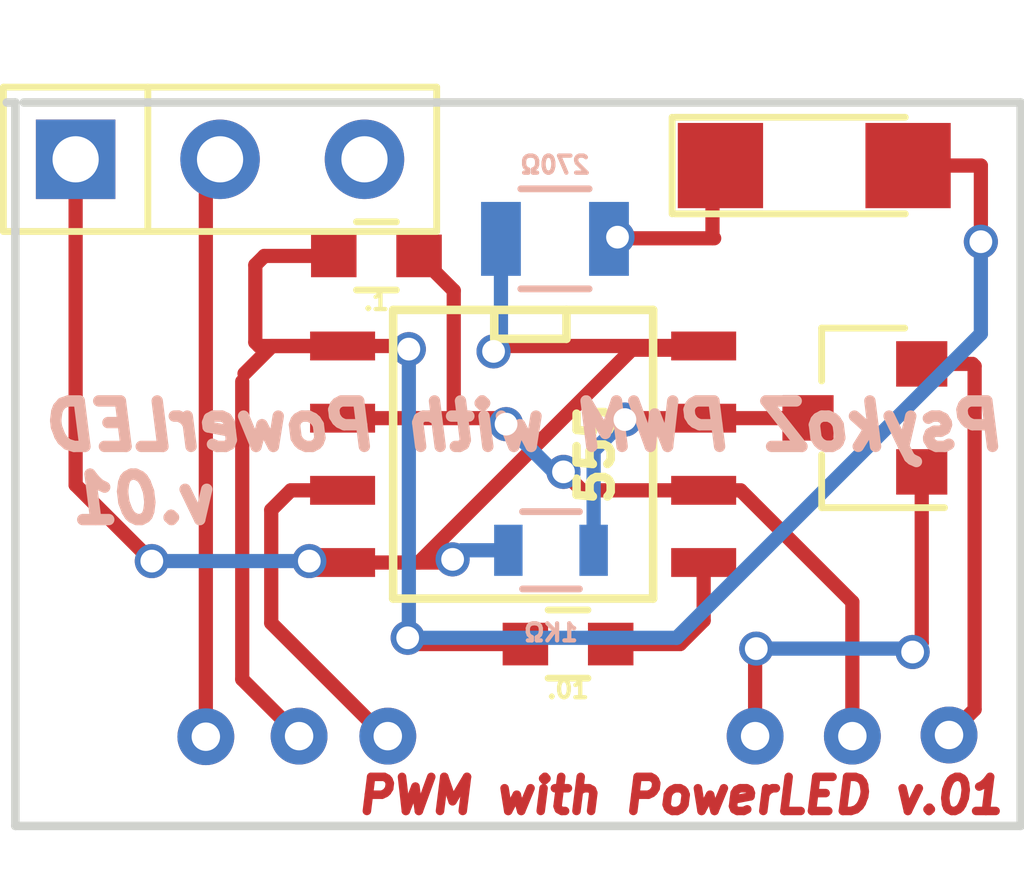
<source format=kicad_pcb>
(kicad_pcb (version 4) (host pcbnew 4.0.6)

  (general
    (links 0)
    (no_connects 0)
    (area 58.294999 41.564999 76.125001 54.445001)
    (thickness 1.6)
    (drawings 7)
    (tracks 99)
    (zones 0)
    (modules 14)
    (nets 1)
  )

  (page A4)
  (layers
    (0 F.Cu signal)
    (31 B.Cu signal)
    (32 B.Adhes user)
    (33 F.Adhes user)
    (34 B.Paste user)
    (35 F.Paste user)
    (36 B.SilkS user)
    (37 F.SilkS user)
    (38 B.Mask user)
    (39 F.Mask user)
    (40 Dwgs.User user)
    (41 Cmts.User user)
    (42 Eco1.User user)
    (43 Eco2.User user)
    (44 Edge.Cuts user)
    (45 Margin user)
    (46 B.CrtYd user)
    (47 F.CrtYd user)
    (48 B.Fab user)
    (49 F.Fab user)
  )

  (setup
    (last_trace_width 0.25)
    (trace_clearance 0.2)
    (zone_clearance 0.508)
    (zone_45_only no)
    (trace_min 0.2)
    (segment_width 0.2)
    (edge_width 0.15)
    (via_size 0.6)
    (via_drill 0.4)
    (via_min_size 0.4)
    (via_min_drill 0.3)
    (uvia_size 0.3)
    (uvia_drill 0.1)
    (uvias_allowed no)
    (uvia_min_size 0.2)
    (uvia_min_drill 0.1)
    (pcb_text_width 0.3)
    (pcb_text_size 1.5 1.5)
    (mod_edge_width 0.15)
    (mod_text_size 1 1)
    (mod_text_width 0.15)
    (pad_size 1 1)
    (pad_drill 0.5)
    (pad_to_mask_clearance 0.2)
    (aux_axis_origin 0 0)
    (visible_elements FFFFFF7F)
    (pcbplotparams
      (layerselection 0x00030_80000001)
      (usegerberextensions false)
      (excludeedgelayer true)
      (linewidth 0.100000)
      (plotframeref false)
      (viasonmask false)
      (mode 1)
      (useauxorigin false)
      (hpglpennumber 1)
      (hpglpenspeed 20)
      (hpglpendiameter 15)
      (hpglpenoverlay 2)
      (psnegative false)
      (psa4output false)
      (plotreference true)
      (plotvalue true)
      (plotinvisibletext false)
      (padsonsilk false)
      (subtractmaskfromsilk false)
      (outputformat 1)
      (mirror false)
      (drillshape 1)
      (scaleselection 1)
      (outputdirectory ""))
  )

  (net 0 "")

  (net_class Default "Ceci est la Netclass par défaut"
    (clearance 0.2)
    (trace_width 0.25)
    (via_dia 0.6)
    (via_drill 0.4)
    (uvia_dia 0.3)
    (uvia_drill 0.1)
  )

  (module Wire_Pads:SolderWirePad_single_0-8mmDrill (layer F.Cu) (tedit 5909DDF7) (tstamp 5909DFA6)
    (at 74.79 52.77)
    (fp_text reference "" (at 0 -2.54) (layer F.SilkS)
      (effects (font (size 1 1) (thickness 0.15)))
    )
    (fp_text value "" (at 0 2.54) (layer F.Fab)
      (effects (font (size 1 1) (thickness 0.15)))
    )
    (pad 1 thru_hole circle (at 0 0) (size 1 1) (drill 0.5) (layers *.Cu *.Mask))
  )

  (module Wire_Pads:SolderWirePad_single_0-8mmDrill (layer F.Cu) (tedit 5909DDF7) (tstamp 5909DF70)
    (at 73.09 52.79)
    (fp_text reference "" (at 0 -2.54) (layer F.SilkS)
      (effects (font (size 1 1) (thickness 0.15)))
    )
    (fp_text value "" (at 0 2.54) (layer F.Fab)
      (effects (font (size 1 1) (thickness 0.15)))
    )
    (pad 1 thru_hole circle (at 0 0) (size 1 1) (drill 0.5) (layers *.Cu *.Mask))
  )

  (module Wire_Pads:SolderWirePad_single_0-8mmDrill (layer F.Cu) (tedit 5909DDF7) (tstamp 5909DF61)
    (at 71.38 52.79)
    (fp_text reference "" (at 0 -2.54) (layer F.SilkS)
      (effects (font (size 1 1) (thickness 0.15)))
    )
    (fp_text value "" (at 0 2.54) (layer F.Fab)
      (effects (font (size 1 1) (thickness 0.15)))
    )
    (pad 1 thru_hole circle (at 0 0) (size 1 1) (drill 0.5) (layers *.Cu *.Mask))
  )

  (module Wire_Pads:SolderWirePad_single_0-8mmDrill (layer F.Cu) (tedit 5909DDF7) (tstamp 5909DE31)
    (at 64.92 52.79)
    (fp_text reference "" (at 0 -2.54) (layer F.SilkS)
      (effects (font (size 1 1) (thickness 0.15)))
    )
    (fp_text value "" (at 0 2.54) (layer F.Fab)
      (effects (font (size 1 1) (thickness 0.15)))
    )
    (pad 1 thru_hole circle (at 0 0) (size 1 1) (drill 0.5) (layers *.Cu *.Mask))
  )

  (module Wire_Pads:SolderWirePad_single_0-8mmDrill (layer F.Cu) (tedit 5909DDF7) (tstamp 5909DE10)
    (at 63.36 52.79)
    (fp_text reference "" (at 0 -2.54) (layer F.SilkS)
      (effects (font (size 1 1) (thickness 0.15)))
    )
    (fp_text value "" (at 0 2.54) (layer F.Fab)
      (effects (font (size 1 1) (thickness 0.15)))
    )
    (pad 1 thru_hole circle (at 0 0) (size 1 1) (drill 0.5) (layers *.Cu *.Mask))
  )

  (module SMD_Packages:SOIC-8-N (layer F.Cu) (tedit 5909E906) (tstamp 5909DADE)
    (at 67.3 47.83 270)
    (descr "Module Narrow CMS SOJ 8 pins large")
    (tags "CMS SOJ")
    (attr smd)
    (fp_text reference 555 (at 0 -1.27 270) (layer F.SilkS)
      (effects (font (size 0.6 0.6) (thickness 0.15)))
    )
    (fp_text value "" (at 0 1.27 270) (layer F.Fab)
      (effects (font (size 1 1) (thickness 0.15)))
    )
    (fp_line (start -2.54 -2.286) (end 2.54 -2.286) (layer F.SilkS) (width 0.15))
    (fp_line (start 2.54 -2.286) (end 2.54 2.286) (layer F.SilkS) (width 0.15))
    (fp_line (start 2.54 2.286) (end -2.54 2.286) (layer F.SilkS) (width 0.15))
    (fp_line (start -2.54 2.286) (end -2.54 -2.286) (layer F.SilkS) (width 0.15))
    (fp_line (start -2.54 -0.762) (end -2.032 -0.762) (layer F.SilkS) (width 0.15))
    (fp_line (start -2.032 -0.762) (end -2.032 0.508) (layer F.SilkS) (width 0.15))
    (fp_line (start -2.032 0.508) (end -2.54 0.508) (layer F.SilkS) (width 0.15))
    (pad 8 smd rect (at -1.905 -3.175 270) (size 0.508 1.143) (layers F.Cu F.Paste F.Mask))
    (pad 7 smd rect (at -0.635 -3.175 270) (size 0.508 1.143) (layers F.Cu F.Paste F.Mask))
    (pad 6 smd rect (at 0.635 -3.175 270) (size 0.508 1.143) (layers F.Cu F.Paste F.Mask))
    (pad 5 smd rect (at 1.905 -3.175 270) (size 0.508 1.143) (layers F.Cu F.Paste F.Mask))
    (pad 4 smd rect (at 1.905 3.175 270) (size 0.508 1.143) (layers F.Cu F.Paste F.Mask))
    (pad 3 smd rect (at 0.635 3.175 270) (size 0.508 1.143) (layers F.Cu F.Paste F.Mask))
    (pad 2 smd rect (at -0.635 3.175 270) (size 0.508 1.143) (layers F.Cu F.Paste F.Mask))
    (pad 1 smd rect (at -1.905 3.175 270) (size 0.508 1.143) (layers F.Cu F.Paste F.Mask))
    (model SMD_Packages.3dshapes/SOIC-8-N.wrl
      (at (xyz 0 0 0))
      (scale (xyz 0.5 0.38 0.5))
      (rotate (xyz 0 0 0))
    )
  )

  (module Resistors_SMD:R_0603 (layer B.Cu) (tedit 5909EAA0) (tstamp 5909DB81)
    (at 67.79 49.52)
    (descr "Resistor SMD 0603, reflow soldering, Vishay (see dcrcw.pdf)")
    (tags "resistor 0603")
    (attr smd)
    (fp_text reference 1KΩ (at 0 1.45) (layer B.SilkS)
      (effects (font (size 0.3 0.3) (thickness 0.075)) (justify mirror))
    )
    (fp_text value "" (at 0 -1.5) (layer B.Fab)
      (effects (font (size 0.3 0.3) (thickness 0.075)) (justify mirror))
    )
    (fp_text user %R (at 0 0) (layer B.Fab)
      (effects (font (size 0.5 0.5) (thickness 0.075)) (justify mirror))
    )
    (fp_line (start -0.8 -0.4) (end -0.8 0.4) (layer B.Fab) (width 0.1))
    (fp_line (start 0.8 -0.4) (end -0.8 -0.4) (layer B.Fab) (width 0.1))
    (fp_line (start 0.8 0.4) (end 0.8 -0.4) (layer B.Fab) (width 0.1))
    (fp_line (start -0.8 0.4) (end 0.8 0.4) (layer B.Fab) (width 0.1))
    (fp_line (start 0.5 -0.68) (end -0.5 -0.68) (layer B.SilkS) (width 0.12))
    (fp_line (start -0.5 0.68) (end 0.5 0.68) (layer B.SilkS) (width 0.12))
    (fp_line (start -1.25 0.7) (end 1.25 0.7) (layer B.CrtYd) (width 0.05))
    (fp_line (start -1.25 0.7) (end -1.25 -0.7) (layer B.CrtYd) (width 0.05))
    (fp_line (start 1.25 -0.7) (end 1.25 0.7) (layer B.CrtYd) (width 0.05))
    (fp_line (start 1.25 -0.7) (end -1.25 -0.7) (layer B.CrtYd) (width 0.05))
    (pad 1 smd rect (at -0.75 0) (size 0.5 0.9) (layers B.Cu B.Paste B.Mask))
    (pad 2 smd rect (at 0.75 0) (size 0.5 0.9) (layers B.Cu B.Paste B.Mask))
    (model ${KISYS3DMOD}/Resistors_SMD.3dshapes/R_0603.wrl
      (at (xyz 0 0 0))
      (scale (xyz 1 1 1))
      (rotate (xyz 0 0 0))
    )
  )

  (module Capacitors_SMD:C_0603 (layer F.Cu) (tedit 5909EA56) (tstamp 5909DC09)
    (at 68.09 51.17)
    (descr "Capacitor SMD 0603, reflow soldering, AVX (see smccp.pdf)")
    (tags "capacitor 0603")
    (attr smd)
    (fp_text reference "" (at 0 -1.5) (layer F.SilkS)
      (effects (font (size 1 1) (thickness 0.15)))
    )
    (fp_text value .01 (at 0 0.8) (layer F.SilkS)
      (effects (font (size 0.3 0.3) (thickness 0.075)))
    )
    (fp_text user %R (at 0 -1.5) (layer F.Fab)
      (effects (font (size 1 1) (thickness 0.15)))
    )
    (fp_line (start -0.8 0.4) (end -0.8 -0.4) (layer F.Fab) (width 0.1))
    (fp_line (start 0.8 0.4) (end -0.8 0.4) (layer F.Fab) (width 0.1))
    (fp_line (start 0.8 -0.4) (end 0.8 0.4) (layer F.Fab) (width 0.1))
    (fp_line (start -0.8 -0.4) (end 0.8 -0.4) (layer F.Fab) (width 0.1))
    (fp_line (start -0.35 -0.6) (end 0.35 -0.6) (layer F.SilkS) (width 0.12))
    (fp_line (start 0.35 0.6) (end -0.35 0.6) (layer F.SilkS) (width 0.12))
    (fp_line (start -1.4 -0.65) (end 1.4 -0.65) (layer F.CrtYd) (width 0.05))
    (fp_line (start -1.4 -0.65) (end -1.4 0.65) (layer F.CrtYd) (width 0.05))
    (fp_line (start 1.4 0.65) (end 1.4 -0.65) (layer F.CrtYd) (width 0.05))
    (fp_line (start 1.4 0.65) (end -1.4 0.65) (layer F.CrtYd) (width 0.05))
    (pad 1 smd rect (at -0.75 0) (size 0.8 0.75) (layers F.Cu F.Paste F.Mask))
    (pad 2 smd rect (at 0.75 0) (size 0.8 0.75) (layers F.Cu F.Paste F.Mask))
    (model Capacitors_SMD.3dshapes/C_0603.wrl
      (at (xyz 0 0 0))
      (scale (xyz 1 1 1))
      (rotate (xyz 0 0 0))
    )
  )

  (module Capacitors_SMD:C_0603 (layer F.Cu) (tedit 5909E9E0) (tstamp 5909DC4B)
    (at 64.72 44.34)
    (descr "Capacitor SMD 0603, reflow soldering, AVX (see smccp.pdf)")
    (tags "capacitor 0603")
    (attr smd)
    (fp_text reference "" (at 0 -1.5) (layer F.SilkS)
      (effects (font (size 1 1) (thickness 0.15)))
    )
    (fp_text value .1 (at 0 0.8) (layer F.SilkS)
      (effects (font (size 0.3 0.3) (thickness 0.075)))
    )
    (fp_text user %R (at 0 -1.5) (layer F.Fab)
      (effects (font (size 1 1) (thickness 0.15)))
    )
    (fp_line (start -0.8 0.4) (end -0.8 -0.4) (layer F.Fab) (width 0.1))
    (fp_line (start 0.8 0.4) (end -0.8 0.4) (layer F.Fab) (width 0.1))
    (fp_line (start 0.8 -0.4) (end 0.8 0.4) (layer F.Fab) (width 0.1))
    (fp_line (start -0.8 -0.4) (end 0.8 -0.4) (layer F.Fab) (width 0.1))
    (fp_line (start -0.35 -0.6) (end 0.35 -0.6) (layer F.SilkS) (width 0.12))
    (fp_line (start 0.35 0.6) (end -0.35 0.6) (layer F.SilkS) (width 0.12))
    (fp_line (start -1.4 -0.65) (end 1.4 -0.65) (layer F.CrtYd) (width 0.05))
    (fp_line (start -1.4 -0.65) (end -1.4 0.65) (layer F.CrtYd) (width 0.05))
    (fp_line (start 1.4 0.65) (end 1.4 -0.65) (layer F.CrtYd) (width 0.05))
    (fp_line (start 1.4 0.65) (end -1.4 0.65) (layer F.CrtYd) (width 0.05))
    (pad 1 smd rect (at -0.75 0) (size 0.8 0.75) (layers F.Cu F.Paste F.Mask))
    (pad 2 smd rect (at 0.75 0) (size 0.8 0.75) (layers F.Cu F.Paste F.Mask))
    (model Capacitors_SMD.3dshapes/C_0603.wrl
      (at (xyz 0 0 0))
      (scale (xyz 1 1 1))
      (rotate (xyz 0 0 0))
    )
  )

  (module Buttons_Switches_THT:SW_Micro_SPST (layer F.Cu) (tedit 5909DD09) (tstamp 5909DCEF)
    (at 61.97 42.64)
    (tags "Switch Micro SPST")
    (fp_text reference "" (at 0 -2.54) (layer F.SilkS)
      (effects (font (size 1 1) (thickness 0.15)))
    )
    (fp_text value "" (at 0.025 2.45) (layer F.Fab)
      (effects (font (size 1 1) (thickness 0.15)))
    )
    (fp_line (start -3.81 1.27) (end -3.81 -1.27) (layer F.SilkS) (width 0.12))
    (fp_line (start -3.81 -1.27) (end 3.81 -1.27) (layer F.SilkS) (width 0.12))
    (fp_line (start 3.81 -1.27) (end 3.81 1.27) (layer F.SilkS) (width 0.12))
    (fp_line (start 3.81 1.27) (end -3.81 1.27) (layer F.SilkS) (width 0.12))
    (fp_line (start -1.27 -1.27) (end -1.27 1.27) (layer F.SilkS) (width 0.12))
    (pad 1 thru_hole rect (at -2.54 0) (size 1.397 1.397) (drill 0.8128) (layers *.Cu *.Mask))
    (pad 2 thru_hole circle (at 0 0) (size 1.397 1.397) (drill 0.8128) (layers *.Cu *.Mask))
    (pad 3 thru_hole circle (at 2.54 0) (size 1.397 1.397) (drill 0.8128) (layers *.Cu *.Mask))
    (model Buttons_Switches_THT.3dshapes/SW_Micro_SPST.wrl
      (at (xyz 0 0 0))
      (scale (xyz 0.33 0.33 0.33))
      (rotate (xyz 0 0 0))
    )
  )

  (module Wire_Pads:SolderWirePad_single_0-8mmDrill (layer F.Cu) (tedit 5909DDF7) (tstamp 5909DDC3)
    (at 61.72 52.8)
    (fp_text reference "" (at 0 -2.54) (layer F.SilkS)
      (effects (font (size 1 1) (thickness 0.15)))
    )
    (fp_text value "" (at 0 2.54) (layer F.Fab)
      (effects (font (size 1 1) (thickness 0.15)))
    )
    (pad 1 thru_hole circle (at 0 0) (size 1 1) (drill 0.5) (layers *.Cu *.Mask))
  )

  (module TO_SOT_Packages_SMD:SOT-23 (layer F.Cu) (tedit 5909DEE0) (tstamp 5909DEC5)
    (at 73.31 47.19 180)
    (descr "SOT-23, Standard")
    (tags SOT-23)
    (attr smd)
    (fp_text reference "" (at 0 -2.5 180) (layer F.SilkS)
      (effects (font (size 1 1) (thickness 0.15)))
    )
    (fp_text value "" (at 0 2.5 180) (layer F.Fab)
      (effects (font (size 1 1) (thickness 0.15)))
    )
    (fp_text user %R (at 0 0 180) (layer F.Fab)
      (effects (font (size 0.5 0.5) (thickness 0.075)))
    )
    (fp_line (start -0.7 -0.95) (end -0.7 1.5) (layer F.Fab) (width 0.1))
    (fp_line (start -0.15 -1.52) (end 0.7 -1.52) (layer F.Fab) (width 0.1))
    (fp_line (start -0.7 -0.95) (end -0.15 -1.52) (layer F.Fab) (width 0.1))
    (fp_line (start 0.7 -1.52) (end 0.7 1.52) (layer F.Fab) (width 0.1))
    (fp_line (start -0.7 1.52) (end 0.7 1.52) (layer F.Fab) (width 0.1))
    (fp_line (start 0.76 1.58) (end 0.76 0.65) (layer F.SilkS) (width 0.12))
    (fp_line (start 0.76 -1.58) (end 0.76 -0.65) (layer F.SilkS) (width 0.12))
    (fp_line (start -1.7 -1.75) (end 1.7 -1.75) (layer F.CrtYd) (width 0.05))
    (fp_line (start 1.7 -1.75) (end 1.7 1.75) (layer F.CrtYd) (width 0.05))
    (fp_line (start 1.7 1.75) (end -1.7 1.75) (layer F.CrtYd) (width 0.05))
    (fp_line (start -1.7 1.75) (end -1.7 -1.75) (layer F.CrtYd) (width 0.05))
    (fp_line (start 0.76 -1.58) (end -1.4 -1.58) (layer F.SilkS) (width 0.12))
    (fp_line (start 0.76 1.58) (end -0.7 1.58) (layer F.SilkS) (width 0.12))
    (pad 1 smd rect (at -1 -0.95 180) (size 0.9 0.8) (layers F.Cu F.Paste F.Mask))
    (pad 2 smd rect (at -1 0.95 180) (size 0.9 0.8) (layers F.Cu F.Paste F.Mask))
    (pad 3 smd rect (at 1 0 180) (size 0.9 0.8) (layers F.Cu F.Paste F.Mask))
    (model ${KISYS3DMOD}/TO_SOT_Packages_SMD.3dshapes/SOT-23.wrl
      (at (xyz 0 0 0))
      (scale (xyz 1 1 1))
      (rotate (xyz 0 0 0))
    )
  )

  (module LEDs:LED_1206 (layer F.Cu) (tedit 5909E000) (tstamp 5909DFEB)
    (at 72.42 42.75)
    (descr "LED 1206 smd package")
    (tags "LED led 1206 SMD smd SMT smt smdled SMDLED smtled SMTLED")
    (attr smd)
    (fp_text reference "" (at 0 -1.6) (layer F.SilkS)
      (effects (font (size 1 1) (thickness 0.15)))
    )
    (fp_text value "" (at 0 1.7) (layer F.Fab)
      (effects (font (size 1 1) (thickness 0.15)))
    )
    (fp_line (start -2.5 -0.85) (end -2.5 0.85) (layer F.SilkS) (width 0.12))
    (fp_line (start -0.45 -0.4) (end -0.45 0.4) (layer F.Fab) (width 0.1))
    (fp_line (start -0.4 0) (end 0.2 -0.4) (layer F.Fab) (width 0.1))
    (fp_line (start 0.2 0.4) (end -0.4 0) (layer F.Fab) (width 0.1))
    (fp_line (start 0.2 -0.4) (end 0.2 0.4) (layer F.Fab) (width 0.1))
    (fp_line (start 1.6 0.8) (end -1.6 0.8) (layer F.Fab) (width 0.1))
    (fp_line (start 1.6 -0.8) (end 1.6 0.8) (layer F.Fab) (width 0.1))
    (fp_line (start -1.6 -0.8) (end 1.6 -0.8) (layer F.Fab) (width 0.1))
    (fp_line (start -1.6 0.8) (end -1.6 -0.8) (layer F.Fab) (width 0.1))
    (fp_line (start -2.45 0.85) (end 1.6 0.85) (layer F.SilkS) (width 0.12))
    (fp_line (start -2.45 -0.85) (end 1.6 -0.85) (layer F.SilkS) (width 0.12))
    (fp_line (start 2.65 -1) (end 2.65 1) (layer F.CrtYd) (width 0.05))
    (fp_line (start 2.65 1) (end -2.65 1) (layer F.CrtYd) (width 0.05))
    (fp_line (start -2.65 1) (end -2.65 -1) (layer F.CrtYd) (width 0.05))
    (fp_line (start -2.65 -1) (end 2.65 -1) (layer F.CrtYd) (width 0.05))
    (pad 2 smd rect (at 1.65 0 180) (size 1.5 1.5) (layers F.Cu F.Paste F.Mask))
    (pad 1 smd rect (at -1.65 0 180) (size 1.5 1.5) (layers F.Cu F.Paste F.Mask))
    (model LEDs.3dshapes/LED_1206.wrl
      (at (xyz 0 0 0))
      (scale (xyz 1 1 1))
      (rotate (xyz 0 0 180))
    )
  )

  (module Resistors_SMD:R_0805 (layer B.Cu) (tedit 5909EB1B) (tstamp 5909E03D)
    (at 67.86 44.04)
    (descr "Resistor SMD 0805, reflow soldering, Vishay (see dcrcw.pdf)")
    (tags "resistor 0805")
    (attr smd)
    (fp_text reference "" (at 0 1.65) (layer B.SilkS)
      (effects (font (size 1 1) (thickness 0.15)) (justify mirror))
    )
    (fp_text value 270Ω (at 0 -1.3) (layer B.SilkS)
      (effects (font (size 0.3 0.3) (thickness 0.075)) (justify mirror))
    )
    (fp_text user %R (at 0 0) (layer B.Fab)
      (effects (font (size 0.5 0.5) (thickness 0.075)) (justify mirror))
    )
    (fp_line (start -1 -0.62) (end -1 0.62) (layer B.Fab) (width 0.1))
    (fp_line (start 1 -0.62) (end -1 -0.62) (layer B.Fab) (width 0.1))
    (fp_line (start 1 0.62) (end 1 -0.62) (layer B.Fab) (width 0.1))
    (fp_line (start -1 0.62) (end 1 0.62) (layer B.Fab) (width 0.1))
    (fp_line (start 0.6 -0.88) (end -0.6 -0.88) (layer B.SilkS) (width 0.12))
    (fp_line (start -0.6 0.88) (end 0.6 0.88) (layer B.SilkS) (width 0.12))
    (fp_line (start -1.55 0.9) (end 1.55 0.9) (layer B.CrtYd) (width 0.05))
    (fp_line (start -1.55 0.9) (end -1.55 -0.9) (layer B.CrtYd) (width 0.05))
    (fp_line (start 1.55 -0.9) (end 1.55 0.9) (layer B.CrtYd) (width 0.05))
    (fp_line (start 1.55 -0.9) (end -1.55 -0.9) (layer B.CrtYd) (width 0.05))
    (pad 1 smd rect (at -0.95 0) (size 0.7 1.3) (layers B.Cu B.Paste B.Mask))
    (pad 2 smd rect (at 0.95 0) (size 0.7 1.3) (layers B.Cu B.Paste B.Mask))
    (model ${KISYS3DMOD}/Resistors_SMD.3dshapes/R_0805.wrl
      (at (xyz 0 0 0))
      (scale (xyz 1 1 1))
      (rotate (xyz 0 0 0))
    )
  )

  (gr_text "PsykoZ PWM with PowerLED\n                      v.01\n   " (at 67.36 48.62) (layer B.SilkS)
    (effects (font (size 0.8 0.8) (thickness 0.2) italic) (justify mirror))
  )
  (gr_text "PWM with PowerLED v.01\n               " (at 70.07 54.32) (layer F.Cu)
    (effects (font (size 0.6 0.6) (thickness 0.15) italic))
  )
  (gr_line (start 58.37 41.64) (end 58.22 41.64) (angle 90) (layer Edge.Cuts) (width 0.15))
  (gr_line (start 58.37 54.37) (end 58.37 41.64) (angle 90) (layer Edge.Cuts) (width 0.15))
  (gr_line (start 76.05 54.37) (end 58.37 54.37) (angle 90) (layer Edge.Cuts) (width 0.15))
  (gr_line (start 76.05 41.64) (end 76.05 54.37) (angle 90) (layer Edge.Cuts) (width 0.15))
  (gr_line (start 58.52 41.64) (end 76.05 41.64) (angle 90) (layer Edge.Cuts) (width 0.15))

  (segment (start 64.92 52.79) (end 64.86 52.79) (width 0.25) (layer F.Cu) (net 0) (status C00000))
  (segment (start 64.86 52.79) (end 62.87 50.8) (width 0.25) (layer F.Cu) (net 0) (tstamp 5909E86A) (status 400000))
  (segment (start 62.87 50.8) (end 62.87 48.81) (width 0.25) (layer F.Cu) (net 0) (tstamp 5909E86D))
  (segment (start 62.87 48.81) (end 63.215 48.465) (width 0.25) (layer F.Cu) (net 0) (tstamp 5909E870))
  (segment (start 63.215 48.465) (end 64.125 48.465) (width 0.25) (layer F.Cu) (net 0) (tstamp 5909E871) (status 800000))
  (segment (start 62.36 46.55) (end 62.36 51.79) (width 0.25) (layer F.Cu) (net 0))
  (segment (start 62.36 51.79) (end 63.36 52.79) (width 0.25) (layer F.Cu) (net 0) (tstamp 5909E864) (status 800000))
  (segment (start 66.08 44.95) (end 65.47 44.34) (width 0.25) (layer F.Cu) (net 0) (tstamp 5909DC9B))
  (segment (start 62.75 44.34) (end 62.59 44.5) (width 0.25) (layer F.Cu) (net 0) (tstamp 5909DC9D))
  (segment (start 62.59 44.5) (end 62.59 45.86) (width 0.25) (layer F.Cu) (net 0) (tstamp 5909DCA0))
  (segment (start 62.59 45.86) (end 62.655 45.925) (width 0.25) (layer F.Cu) (net 0) (tstamp 5909DCA5))
  (segment (start 62.655 45.925) (end 64.125 45.925) (width 0.25) (layer F.Cu) (net 0) (tstamp 5909DCA8))
  (segment (start 63.97 44.34) (end 62.75 44.34) (width 0.25) (layer F.Cu) (net 0))
  (segment (start 66.08 47.195) (end 66.08 44.95) (width 0.25) (layer F.Cu) (net 0))
  (segment (start 70.63 44.03) (end 70.63 42.89) (width 0.25) (layer F.Cu) (net 0))
  (segment (start 70.63 42.89) (end 70.77 42.75) (width 0.25) (layer F.Cu) (net 0) (tstamp 5909E736))
  (segment (start 75.35 44.09) (end 75.35 42.75) (width 0.25) (layer F.Cu) (net 0))
  (segment (start 75.35 42.75) (end 74.07 42.75) (width 0.25) (layer F.Cu) (net 0) (tstamp 5909E731))
  (segment (start 64.125 49.735) (end 63.565 49.735) (width 0.25) (layer F.Cu) (net 0))
  (segment (start 63.565 49.735) (end 63.54 49.71) (width 0.25) (layer F.Cu) (net 0) (tstamp 5909E662))
  (segment (start 59.43 48.37) (end 59.43 42.64) (width 0.25) (layer F.Cu) (net 0) (tstamp 5909E679))
  (segment (start 60.77 49.71) (end 59.43 48.37) (width 0.25) (layer F.Cu) (net 0) (tstamp 5909E678))
  (via (at 60.77 49.71) (size 0.6) (drill 0.4) (layers F.Cu B.Cu) (net 0))
  (segment (start 63.54 49.71) (end 60.77 49.71) (width 0.25) (layer B.Cu) (net 0) (tstamp 5909E667))
  (via (at 63.54 49.71) (size 0.6) (drill 0.4) (layers F.Cu B.Cu) (net 0))
  (segment (start 61.72 52.8) (end 61.72 42.89) (width 0.25) (layer F.Cu) (net 0))
  (segment (start 61.72 42.89) (end 61.97 42.64) (width 0.25) (layer F.Cu) (net 0) (tstamp 5909E655))
  (segment (start 70 51.06) (end 65.27 51.06) (width 0.25) (layer B.Cu) (net 0) (tstamp 5909E0A9))
  (segment (start 75.35 45.71) (end 70 51.06) (width 0.25) (layer B.Cu) (net 0) (tstamp 5909E0A7))
  (segment (start 75.35 44.09) (end 75.35 45.71) (width 0.25) (layer B.Cu) (net 0) (tstamp 5909E0A6))
  (via (at 75.35 44.09) (size 0.6) (drill 0.4) (layers F.Cu B.Cu) (net 0))
  (segment (start 75.29 44.03) (end 75.35 44.09) (width 0.25) (layer F.Cu) (net 0) (tstamp 5909E0A2))
  (segment (start 70.475 45.925) (end 66.875 45.925) (width 0.25) (layer F.Cu) (net 0))
  (segment (start 66.91 45.89) (end 66.91 44.04) (width 0.25) (layer B.Cu) (net 0) (tstamp 5909E090))
  (segment (start 66.78 46.02) (end 66.91 45.89) (width 0.25) (layer B.Cu) (net 0) (tstamp 5909E08F))
  (via (at 66.78 46.02) (size 0.6) (drill 0.4) (layers F.Cu B.Cu) (net 0))
  (segment (start 66.875 45.925) (end 66.78 46.02) (width 0.25) (layer F.Cu) (net 0) (tstamp 5909E08C))
  (segment (start 70.66 44.03) (end 70.63 44.03) (width 0.25) (layer F.Cu) (net 0))
  (segment (start 70.63 44.03) (end 68.98 44.03) (width 0.25) (layer F.Cu) (net 0) (tstamp 5909E734))
  (segment (start 68.96 44.01) (end 68.93 44.04) (width 0.25) (layer B.Cu) (net 0) (tstamp 5909E085))
  (via (at 68.96 44.01) (size 0.6) (drill 0.4) (layers F.Cu B.Cu) (net 0))
  (segment (start 68.98 44.03) (end 68.96 44.01) (width 0.25) (layer F.Cu) (net 0) (tstamp 5909E083))
  (segment (start 68.93 44.04) (end 68.81 44.04) (width 0.25) (layer B.Cu) (net 0) (tstamp 5909E086))
  (segment (start 74.31 48.14) (end 74.31 51.15) (width 0.25) (layer F.Cu) (net 0))
  (segment (start 71.38 51.27) (end 71.38 52.79) (width 0.25) (layer F.Cu) (net 0) (tstamp 5909DFCC))
  (segment (start 71.4 51.25) (end 71.38 51.27) (width 0.25) (layer F.Cu) (net 0) (tstamp 5909DFCB))
  (via (at 71.4 51.25) (size 0.6) (drill 0.4) (layers F.Cu B.Cu) (net 0))
  (segment (start 74.09 51.25) (end 71.4 51.25) (width 0.25) (layer B.Cu) (net 0) (tstamp 5909DFC7))
  (segment (start 74.15 51.31) (end 74.09 51.25) (width 0.25) (layer B.Cu) (net 0) (tstamp 5909DFC6))
  (via (at 74.15 51.31) (size 0.6) (drill 0.4) (layers F.Cu B.Cu) (net 0))
  (segment (start 74.31 51.15) (end 74.15 51.31) (width 0.25) (layer F.Cu) (net 0) (tstamp 5909DFC2))
  (segment (start 74.31 46.24) (end 75.2 46.24) (width 0.25) (layer F.Cu) (net 0))
  (segment (start 75.24 52.32) (end 74.79 52.77) (width 0.25) (layer F.Cu) (net 0) (tstamp 5909DFBD))
  (segment (start 75.24 46.28) (end 75.24 52.32) (width 0.25) (layer F.Cu) (net 0) (tstamp 5909DFB9))
  (segment (start 75.2 46.24) (end 75.24 46.28) (width 0.25) (layer F.Cu) (net 0) (tstamp 5909DFB7))
  (segment (start 70.475 48.465) (end 71.125 48.465) (width 0.25) (layer F.Cu) (net 0))
  (segment (start 73.09 50.43) (end 73.09 52.79) (width 0.25) (layer F.Cu) (net 0) (tstamp 5909DFB1))
  (segment (start 71.125 48.465) (end 73.09 50.43) (width 0.25) (layer F.Cu) (net 0) (tstamp 5909DFAE))
  (segment (start 70.475 47.195) (end 72.305 47.195) (width 0.25) (layer F.Cu) (net 0))
  (segment (start 72.305 47.195) (end 72.31 47.19) (width 0.25) (layer F.Cu) (net 0) (tstamp 5909DF40))
  (segment (start 65.02 52.76) (end 64.89 52.76) (width 0.25) (layer F.Cu) (net 0))
  (segment (start 63.36 52.8) (end 63.36 52.47) (width 0.25) (layer F.Cu) (net 0))
  (segment (start 62.885 45.925) (end 64.125 45.925) (width 0.25) (layer F.Cu) (net 0) (tstamp 5909DE75))
  (segment (start 62.4 46.41) (end 62.885 45.925) (width 0.25) (layer F.Cu) (net 0) (tstamp 5909DE74))
  (segment (start 67.34 51.17) (end 65.38 51.17) (width 0.25) (layer F.Cu) (net 0))
  (segment (start 65.235 45.925) (end 64.125 45.925) (width 0.25) (layer F.Cu) (net 0) (tstamp 5909DC96))
  (segment (start 65.27 51.06) (end 65.29 51.04) (width 0.25) (layer B.Cu) (net 0) (tstamp 5909DC92))
  (segment (start 65.29 51.04) (end 65.29 45.98) (width 0.25) (layer B.Cu) (net 0) (tstamp 5909DC93))
  (via (at 65.29 45.98) (size 0.6) (drill 0.4) (layers F.Cu B.Cu) (net 0))
  (segment (start 65.29 45.98) (end 65.235 45.925) (width 0.25) (layer F.Cu) (net 0) (tstamp 5909DC95))
  (via (at 65.27 51.06) (size 0.6) (drill 0.4) (layers F.Cu B.Cu) (net 0))
  (segment (start 65.38 51.17) (end 65.27 51.06) (width 0.25) (layer F.Cu) (net 0) (tstamp 5909DC90))
  (segment (start 70.475 49.735) (end 70.475 50.755) (width 0.25) (layer F.Cu) (net 0))
  (segment (start 70.06 51.17) (end 68.84 51.17) (width 0.25) (layer F.Cu) (net 0) (tstamp 5909DC8E))
  (segment (start 70.475 50.755) (end 70.06 51.17) (width 0.25) (layer F.Cu) (net 0) (tstamp 5909DC8D))
  (segment (start 68.54 49.52) (end 68.54 47.77) (width 0.25) (layer B.Cu) (net 0))
  (segment (start 69.115 47.195) (end 70.475 47.195) (width 0.25) (layer F.Cu) (net 0) (tstamp 5909DBCF))
  (segment (start 69.09 47.22) (end 69.115 47.195) (width 0.25) (layer F.Cu) (net 0) (tstamp 5909DBCE))
  (via (at 69.09 47.22) (size 0.6) (drill 0.4) (layers F.Cu B.Cu) (net 0))
  (segment (start 68.54 47.77) (end 69.09 47.22) (width 0.25) (layer B.Cu) (net 0) (tstamp 5909DBCC))
  (segment (start 65.39 49.735) (end 66.005 49.735) (width 0.25) (layer F.Cu) (net 0))
  (segment (start 66.22 49.52) (end 67.04 49.52) (width 0.25) (layer B.Cu) (net 0) (tstamp 5909DBCA))
  (segment (start 66.06 49.68) (end 66.22 49.52) (width 0.25) (layer B.Cu) (net 0) (tstamp 5909DBC9))
  (via (at 66.06 49.68) (size 0.6) (drill 0.4) (layers F.Cu B.Cu) (net 0))
  (segment (start 66.005 49.735) (end 66.06 49.68) (width 0.25) (layer F.Cu) (net 0) (tstamp 5909DBC7))
  (segment (start 64.125 47.195) (end 66.08 47.195) (width 0.25) (layer F.Cu) (net 0))
  (segment (start 66.08 47.195) (end 66.895 47.195) (width 0.25) (layer F.Cu) (net 0) (tstamp 5909DC99))
  (segment (start 68.335 48.465) (end 70.475 48.465) (width 0.25) (layer F.Cu) (net 0) (tstamp 5909DB7F))
  (segment (start 68.01 48.14) (end 68.335 48.465) (width 0.25) (layer F.Cu) (net 0) (tstamp 5909DB7E))
  (via (at 68.01 48.14) (size 0.6) (drill 0.4) (layers F.Cu B.Cu) (net 0))
  (segment (start 67.84 48.14) (end 68.01 48.14) (width 0.25) (layer B.Cu) (net 0) (tstamp 5909DB7C))
  (segment (start 67 47.3) (end 67.84 48.14) (width 0.25) (layer B.Cu) (net 0) (tstamp 5909DB7B))
  (via (at 67 47.3) (size 0.6) (drill 0.4) (layers F.Cu B.Cu) (net 0))
  (segment (start 66.895 47.195) (end 67 47.3) (width 0.25) (layer F.Cu) (net 0) (tstamp 5909DB79))
  (segment (start 64.125 49.735) (end 65.39 49.735) (width 0.25) (layer F.Cu) (net 0))
  (segment (start 65.39 49.735) (end 65.465 49.735) (width 0.25) (layer F.Cu) (net 0) (tstamp 5909DBC5))
  (segment (start 69.21 45.99) (end 70.41 45.99) (width 0.25) (layer F.Cu) (net 0) (tstamp 5909DB76))
  (segment (start 65.465 49.735) (end 69.21 45.99) (width 0.25) (layer F.Cu) (net 0) (tstamp 5909DB75))
  (segment (start 70.41 45.99) (end 70.475 45.925) (width 0.25) (layer F.Cu) (net 0) (tstamp 5909DB77))

)

</source>
